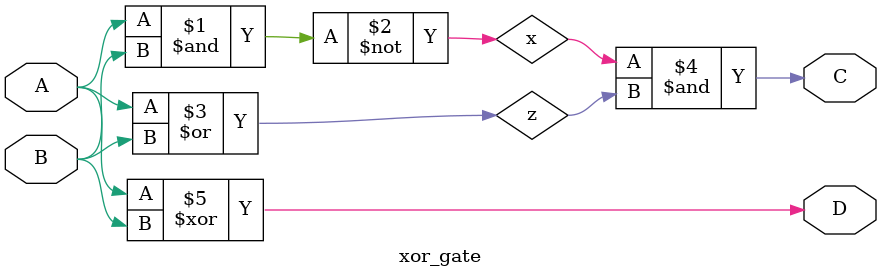
<source format=sv>
module xor_gate(
  input A,
  input B,
  output C,
  output D
);
  wire x;
  wire z;
  
  assign x = ~(A&B);
  assign z = A|B;
  assign C = x&z;
  
  xor xn1(D, A, B);
  
endmodule 
  

</source>
